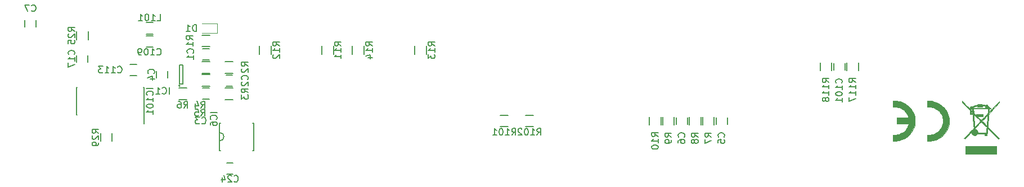
<source format=gbo>
G04 #@! TF.GenerationSoftware,KiCad,Pcbnew,(5.1.0-0)*
G04 #@! TF.CreationDate,2019-11-06T10:26:04+01:00*
G04 #@! TF.ProjectId,AddOnA,4164644f-6e41-42e6-9b69-6361645f7063,rev?*
G04 #@! TF.SameCoordinates,Original*
G04 #@! TF.FileFunction,Legend,Bot*
G04 #@! TF.FilePolarity,Positive*
%FSLAX46Y46*%
G04 Gerber Fmt 4.6, Leading zero omitted, Abs format (unit mm)*
G04 Created by KiCad (PCBNEW (5.1.0-0)) date 2019-11-06 10:26:04*
%MOMM*%
%LPD*%
G04 APERTURE LIST*
%ADD10C,0.010000*%
%ADD11C,0.150000*%
%ADD12C,0.120000*%
G04 APERTURE END LIST*
D10*
G36*
X176176744Y72900663D02*
G01*
X176177567Y72784934D01*
X176777885Y72175000D01*
X177378204Y71565066D01*
X177378641Y71285165D01*
X177379079Y71005263D01*
X177744663Y71005263D01*
X177754083Y70934244D01*
X177757650Y70901873D01*
X177763662Y70840913D01*
X177771799Y70755002D01*
X177781738Y70647774D01*
X177793157Y70522867D01*
X177805736Y70383917D01*
X177819153Y70234559D01*
X177833085Y70078432D01*
X177847212Y69919170D01*
X177861212Y69760410D01*
X177874763Y69605789D01*
X177887544Y69458943D01*
X177899233Y69323507D01*
X177909508Y69203120D01*
X177918048Y69101416D01*
X177924531Y69022033D01*
X177928636Y68968606D01*
X177930041Y68944771D01*
X177930040Y68944658D01*
X177919796Y68925534D01*
X177889026Y68886045D01*
X177837311Y68825734D01*
X177764233Y68744139D01*
X177669373Y68640802D01*
X177552313Y68515262D01*
X177412633Y68367060D01*
X177249916Y68195737D01*
X177204179Y68147763D01*
X176478805Y67387434D01*
X176537449Y67328948D01*
X176596092Y67270461D01*
X176690974Y67373690D01*
X176725685Y67410997D01*
X176779906Y67468689D01*
X176850059Y67542987D01*
X176932568Y67630111D01*
X177023855Y67726282D01*
X177120342Y67827720D01*
X177178065Y67888305D01*
X177286434Y68001803D01*
X177374028Y68092715D01*
X177443080Y68162693D01*
X177495824Y68213390D01*
X177534494Y68246460D01*
X177561323Y68263556D01*
X177578544Y68266331D01*
X177588392Y68256437D01*
X177593099Y68235529D01*
X177594899Y68205259D01*
X177595141Y68196998D01*
X177607658Y68140091D01*
X177638497Y68071307D01*
X177681503Y68001525D01*
X177730520Y67941622D01*
X177750134Y67923118D01*
X177850770Y67858372D01*
X177968327Y67822146D01*
X178072262Y67813553D01*
X178190049Y67829761D01*
X178298831Y67877288D01*
X178395110Y67954489D01*
X178412875Y67973705D01*
X178477832Y68047500D01*
X179601579Y68047500D01*
X179601579Y67813553D01*
X179902368Y67813553D01*
X179902368Y67922848D01*
X179906143Y67997461D01*
X179918825Y68049250D01*
X179934237Y68077420D01*
X179945250Y68097576D01*
X179954679Y68126800D01*
X179963151Y68169425D01*
X179971290Y68229783D01*
X179979721Y68312207D01*
X179989068Y68421028D01*
X179995469Y68501983D01*
X180024831Y68881268D01*
X180745659Y68151062D01*
X180875992Y68018934D01*
X181001108Y67891904D01*
X181118721Y67772305D01*
X181226545Y67662472D01*
X181322295Y67564737D01*
X181403683Y67481434D01*
X181468423Y67414896D01*
X181514230Y67367458D01*
X181538792Y67341480D01*
X181579145Y67300351D01*
X181612805Y67271665D01*
X181630910Y67262105D01*
X181654035Y67273303D01*
X181687743Y67301281D01*
X181699169Y67312674D01*
X181747617Y67363243D01*
X181480881Y67634298D01*
X181412831Y67703348D01*
X181325085Y67792226D01*
X181221492Y67897041D01*
X181105900Y68013903D01*
X180982159Y68138921D01*
X180854119Y68268205D01*
X180725628Y68397864D01*
X180633454Y68490821D01*
X180493342Y68632480D01*
X180375632Y68752409D01*
X180278820Y68852232D01*
X180201399Y68933572D01*
X180141864Y68998052D01*
X180112358Y69031723D01*
X179875409Y69031723D01*
X179845743Y68652408D01*
X179836797Y68541223D01*
X179828142Y68439547D01*
X179820271Y68352696D01*
X179813672Y68285982D01*
X179808836Y68244721D01*
X179807280Y68235494D01*
X179798482Y68197895D01*
X178536681Y68197895D01*
X178528258Y68302827D01*
X178502828Y68426805D01*
X178449611Y68536476D01*
X178371963Y68627844D01*
X178273237Y68696917D01*
X178162428Y68738380D01*
X178126480Y68757829D01*
X178108483Y68799570D01*
X178108106Y68801411D01*
X178105947Y68819033D01*
X178108616Y68837078D01*
X178118720Y68858892D01*
X178138863Y68887823D01*
X178171651Y68927217D01*
X178219690Y68980423D01*
X178285584Y69050786D01*
X178371940Y69141654D01*
X178377520Y69147507D01*
X178470405Y69245044D01*
X178569155Y69348933D01*
X178666984Y69452023D01*
X178757107Y69547161D01*
X178832738Y69627196D01*
X178849605Y69645089D01*
X178914265Y69712556D01*
X178971705Y69770291D01*
X179017801Y69814325D01*
X179048431Y69840686D01*
X179058715Y69846479D01*
X179074052Y69834354D01*
X179109917Y69801090D01*
X179163488Y69749458D01*
X179231940Y69682225D01*
X179312447Y69602163D01*
X179402187Y69512039D01*
X179475532Y69437802D01*
X179875409Y69031723D01*
X180112358Y69031723D01*
X180098709Y69047297D01*
X180070429Y69082929D01*
X180055517Y69106571D01*
X180052199Y69117520D01*
X180053456Y69141414D01*
X180057274Y69195499D01*
X180063407Y69276662D01*
X180071607Y69381790D01*
X180081627Y69507772D01*
X180093220Y69651495D01*
X180106140Y69809846D01*
X180120138Y69979713D01*
X180131419Y70115472D01*
X180195250Y70880894D01*
X180031004Y70880894D01*
X180030297Y70864376D01*
X180026969Y70817855D01*
X180021290Y70744622D01*
X180013526Y70647972D01*
X180003943Y70531195D01*
X179992811Y70397586D01*
X179980395Y70250437D01*
X179968480Y70110729D01*
X179954984Y69952213D01*
X179942413Y69802579D01*
X179931055Y69665398D01*
X179921198Y69544241D01*
X179913130Y69442680D01*
X179907140Y69364288D01*
X179903515Y69312637D01*
X179902509Y69292577D01*
X179900940Y69280092D01*
X179894722Y69275138D01*
X179881459Y69279782D01*
X179858753Y69296091D01*
X179824208Y69326132D01*
X179775427Y69371973D01*
X179710013Y69435680D01*
X179625569Y69519321D01*
X179535971Y69608701D01*
X179169574Y69974814D01*
X179172141Y69977566D01*
X178929951Y69977566D01*
X178918913Y69962450D01*
X178888013Y69926858D01*
X178840347Y69874059D01*
X178779013Y69807327D01*
X178707107Y69729930D01*
X178627727Y69645142D01*
X178543969Y69556233D01*
X178458930Y69466474D01*
X178375708Y69379136D01*
X178297399Y69297491D01*
X178227100Y69224809D01*
X178167909Y69164363D01*
X178122922Y69119422D01*
X178095236Y69093258D01*
X178087686Y69087928D01*
X178085197Y69105133D01*
X178080030Y69152652D01*
X178072470Y69227511D01*
X178062800Y69326736D01*
X178051305Y69447351D01*
X178038269Y69586382D01*
X178023976Y69740855D01*
X178008710Y69907794D01*
X177996521Y70042403D01*
X177980929Y70216946D01*
X177966523Y70381373D01*
X177953547Y70532701D01*
X177942241Y70667947D01*
X177932848Y70784130D01*
X177925611Y70878265D01*
X177920772Y70947370D01*
X177918573Y70988462D01*
X177918824Y70999132D01*
X177931970Y70989628D01*
X177965446Y70959080D01*
X178016326Y70910444D01*
X178081683Y70846677D01*
X178158591Y70770735D01*
X178244124Y70685576D01*
X178335354Y70594155D01*
X178429356Y70499431D01*
X178523202Y70404359D01*
X178613967Y70311897D01*
X178698723Y70225001D01*
X178774544Y70146628D01*
X178838503Y70079735D01*
X178887674Y70027278D01*
X178919131Y69992215D01*
X178929951Y69977566D01*
X179172141Y69977566D01*
X179306202Y70121240D01*
X179375784Y70195552D01*
X179453881Y70278517D01*
X179537406Y70366898D01*
X179623270Y70457459D01*
X179708385Y70546964D01*
X179789664Y70632177D01*
X179864019Y70709861D01*
X179928363Y70776780D01*
X179979606Y70829697D01*
X180014663Y70865377D01*
X180030444Y70880584D01*
X180031004Y70880894D01*
X180195250Y70880894D01*
X180211204Y71072193D01*
X181009286Y71911515D01*
X181807368Y72750836D01*
X181806781Y72868148D01*
X181806194Y72985461D01*
X181677275Y72847747D01*
X181605124Y72770937D01*
X181519940Y72680696D01*
X181424021Y72579425D01*
X181319666Y72469524D01*
X181209174Y72353396D01*
X181094844Y72233442D01*
X180978975Y72112064D01*
X180863865Y71991662D01*
X180751814Y71874638D01*
X180645119Y71763394D01*
X180546080Y71660331D01*
X180456997Y71567850D01*
X180380166Y71488353D01*
X180317888Y71424242D01*
X180272462Y71377917D01*
X180246185Y71351781D01*
X180240426Y71346767D01*
X180240030Y71364209D01*
X180242208Y71408865D01*
X180246583Y71474660D01*
X180252775Y71555517D01*
X180255433Y71587817D01*
X180275228Y71824079D01*
X180120242Y71824079D01*
X180112240Y71786480D01*
X180108160Y71756745D01*
X180102425Y71700797D01*
X180095701Y71625764D01*
X180088648Y71538775D01*
X180086207Y71506579D01*
X180079008Y71414139D01*
X180071742Y71328293D01*
X180065136Y71257153D01*
X180059916Y71208831D01*
X180058739Y71200061D01*
X180054298Y71182058D01*
X180044687Y71160983D01*
X180027860Y71134475D01*
X180001775Y71100172D01*
X179964387Y71055711D01*
X179913654Y70998729D01*
X179847530Y70926864D01*
X179763974Y70837754D01*
X179660940Y70729036D01*
X179555833Y70618725D01*
X179451262Y70509559D01*
X179353649Y70408460D01*
X179265422Y70317885D01*
X179189012Y70240292D01*
X179126849Y70178138D01*
X179081363Y70133882D01*
X179054983Y70109982D01*
X179049357Y70106426D01*
X179034557Y70119319D01*
X178999961Y70152940D01*
X178948929Y70203918D01*
X178884817Y70268880D01*
X178810984Y70344452D01*
X178757589Y70399507D01*
X178478827Y70687763D01*
X179300790Y70687763D01*
X179300790Y71005263D01*
X178298158Y71005263D01*
X178298158Y70863794D01*
X178114342Y71047040D01*
X177983948Y71177029D01*
X177730000Y71177029D01*
X177727571Y71156523D01*
X177715276Y71145098D01*
X177685604Y71140120D01*
X177631045Y71138956D01*
X177621382Y71138948D01*
X177512763Y71138948D01*
X177512763Y71430416D01*
X177621382Y71322763D01*
X177682654Y71257313D01*
X177719301Y71207171D01*
X177730000Y71177029D01*
X177983948Y71177029D01*
X177930526Y71230285D01*
X177930526Y71393498D01*
X177930015Y71468586D01*
X177927672Y71516355D01*
X177922289Y71542902D01*
X177912656Y71554321D01*
X177898129Y71556711D01*
X177881973Y71560220D01*
X177870031Y71574289D01*
X177860861Y71604231D01*
X177853018Y71655358D01*
X177845058Y71732983D01*
X177842504Y71761415D01*
X177836974Y71824079D01*
X180120242Y71824079D01*
X180275228Y71824079D01*
X180487237Y71824079D01*
X180487237Y71974474D01*
X180397141Y71974474D01*
X180344445Y71975917D01*
X180315812Y71982884D01*
X180312309Y71987030D01*
X180127766Y71987030D01*
X180118054Y71977558D01*
X180084412Y71974634D01*
X180061706Y71974474D01*
X179985921Y71974474D01*
X179703306Y71974474D01*
X177823481Y71974474D01*
X177887062Y72039587D01*
X177985814Y72119938D01*
X178108032Y72181911D01*
X178255787Y72226354D01*
X178402599Y72250935D01*
X178498684Y72262404D01*
X178498684Y72141579D01*
X179267368Y72141579D01*
X179267368Y72278655D01*
X179380165Y72267224D01*
X179458975Y72257575D01*
X179542943Y72244786D01*
X179593224Y72235652D01*
X179693487Y72215512D01*
X179698397Y72094993D01*
X179703306Y71974474D01*
X179985921Y71974474D01*
X179985921Y72041316D01*
X179988131Y72083190D01*
X179993650Y72106464D01*
X179995874Y72108158D01*
X180020613Y72097440D01*
X180056757Y72071437D01*
X180092990Y72039377D01*
X180117999Y72010489D01*
X180120227Y72006733D01*
X180127766Y71987030D01*
X180312309Y71987030D01*
X180301919Y71999326D01*
X180296311Y72017238D01*
X180273422Y72063721D01*
X180229460Y72119600D01*
X180171989Y72177040D01*
X180108573Y72228207D01*
X180066918Y72254857D01*
X180019466Y72284028D01*
X179995141Y72308533D01*
X179986595Y72337428D01*
X179985938Y72354638D01*
X179985937Y72358816D01*
X179133684Y72358816D01*
X179133684Y72275263D01*
X178632368Y72275263D01*
X178632368Y72358816D01*
X179133684Y72358816D01*
X179985937Y72358816D01*
X179985921Y72408948D01*
X179845274Y72408948D01*
X179780564Y72407383D01*
X179730130Y72403215D01*
X179702094Y72397227D01*
X179699057Y72394803D01*
X179681273Y72391082D01*
X179637992Y72392606D01*
X179576651Y72398925D01*
X179534737Y72404760D01*
X179458737Y72416222D01*
X179389230Y72426570D01*
X179336997Y72434204D01*
X179321678Y72436373D01*
X179281653Y72448768D01*
X179267368Y72468192D01*
X179263025Y72476102D01*
X179247490Y72482137D01*
X179217001Y72486534D01*
X179167800Y72489531D01*
X179096126Y72491365D01*
X178998219Y72492275D01*
X178883026Y72492500D01*
X178760086Y72492372D01*
X178666559Y72491770D01*
X178598440Y72490361D01*
X178551719Y72487819D01*
X178522391Y72483811D01*
X178506449Y72478009D01*
X178499885Y72470083D01*
X178498684Y72460867D01*
X178488460Y72431615D01*
X178454970Y72414969D01*
X178393988Y72409032D01*
X178383017Y72408948D01*
X178279746Y72398294D01*
X178162453Y72368967D01*
X178041715Y72324916D01*
X177928111Y72270089D01*
X177832219Y72208436D01*
X177819799Y72198668D01*
X177779318Y72166885D01*
X177755345Y72154156D01*
X177738604Y72158271D01*
X177721419Y72175250D01*
X177670664Y72208508D01*
X177604607Y72221275D01*
X177533474Y72214635D01*
X177467486Y72189673D01*
X177416868Y72147471D01*
X177413203Y72142566D01*
X177375328Y72063789D01*
X177368281Y71982246D01*
X177391285Y71904513D01*
X177443563Y71837165D01*
X177449956Y71831604D01*
X177487073Y71805187D01*
X177524733Y71793553D01*
X177577676Y71792713D01*
X177590902Y71793458D01*
X177642703Y71795359D01*
X177669386Y71791004D01*
X177679045Y71777862D01*
X177680037Y71765592D01*
X177682061Y71729998D01*
X177687086Y71676467D01*
X177690697Y71644441D01*
X177695934Y71593573D01*
X177693756Y71567532D01*
X177681125Y71558014D01*
X177658625Y71556711D01*
X177645282Y71561014D01*
X177623756Y71574943D01*
X177592452Y71600023D01*
X177549776Y71637781D01*
X177494132Y71689744D01*
X177423925Y71757438D01*
X177337560Y71842389D01*
X177233442Y71946125D01*
X177109975Y72070172D01*
X176965564Y72216056D01*
X176895969Y72286551D01*
X176175921Y73016390D01*
X176176744Y72900663D01*
X176176744Y72900663D01*
G37*
X176176744Y72900663D02*
X176177567Y72784934D01*
X176777885Y72175000D01*
X177378204Y71565066D01*
X177378641Y71285165D01*
X177379079Y71005263D01*
X177744663Y71005263D01*
X177754083Y70934244D01*
X177757650Y70901873D01*
X177763662Y70840913D01*
X177771799Y70755002D01*
X177781738Y70647774D01*
X177793157Y70522867D01*
X177805736Y70383917D01*
X177819153Y70234559D01*
X177833085Y70078432D01*
X177847212Y69919170D01*
X177861212Y69760410D01*
X177874763Y69605789D01*
X177887544Y69458943D01*
X177899233Y69323507D01*
X177909508Y69203120D01*
X177918048Y69101416D01*
X177924531Y69022033D01*
X177928636Y68968606D01*
X177930041Y68944771D01*
X177930040Y68944658D01*
X177919796Y68925534D01*
X177889026Y68886045D01*
X177837311Y68825734D01*
X177764233Y68744139D01*
X177669373Y68640802D01*
X177552313Y68515262D01*
X177412633Y68367060D01*
X177249916Y68195737D01*
X177204179Y68147763D01*
X176478805Y67387434D01*
X176537449Y67328948D01*
X176596092Y67270461D01*
X176690974Y67373690D01*
X176725685Y67410997D01*
X176779906Y67468689D01*
X176850059Y67542987D01*
X176932568Y67630111D01*
X177023855Y67726282D01*
X177120342Y67827720D01*
X177178065Y67888305D01*
X177286434Y68001803D01*
X177374028Y68092715D01*
X177443080Y68162693D01*
X177495824Y68213390D01*
X177534494Y68246460D01*
X177561323Y68263556D01*
X177578544Y68266331D01*
X177588392Y68256437D01*
X177593099Y68235529D01*
X177594899Y68205259D01*
X177595141Y68196998D01*
X177607658Y68140091D01*
X177638497Y68071307D01*
X177681503Y68001525D01*
X177730520Y67941622D01*
X177750134Y67923118D01*
X177850770Y67858372D01*
X177968327Y67822146D01*
X178072262Y67813553D01*
X178190049Y67829761D01*
X178298831Y67877288D01*
X178395110Y67954489D01*
X178412875Y67973705D01*
X178477832Y68047500D01*
X179601579Y68047500D01*
X179601579Y67813553D01*
X179902368Y67813553D01*
X179902368Y67922848D01*
X179906143Y67997461D01*
X179918825Y68049250D01*
X179934237Y68077420D01*
X179945250Y68097576D01*
X179954679Y68126800D01*
X179963151Y68169425D01*
X179971290Y68229783D01*
X179979721Y68312207D01*
X179989068Y68421028D01*
X179995469Y68501983D01*
X180024831Y68881268D01*
X180745659Y68151062D01*
X180875992Y68018934D01*
X181001108Y67891904D01*
X181118721Y67772305D01*
X181226545Y67662472D01*
X181322295Y67564737D01*
X181403683Y67481434D01*
X181468423Y67414896D01*
X181514230Y67367458D01*
X181538792Y67341480D01*
X181579145Y67300351D01*
X181612805Y67271665D01*
X181630910Y67262105D01*
X181654035Y67273303D01*
X181687743Y67301281D01*
X181699169Y67312674D01*
X181747617Y67363243D01*
X181480881Y67634298D01*
X181412831Y67703348D01*
X181325085Y67792226D01*
X181221492Y67897041D01*
X181105900Y68013903D01*
X180982159Y68138921D01*
X180854119Y68268205D01*
X180725628Y68397864D01*
X180633454Y68490821D01*
X180493342Y68632480D01*
X180375632Y68752409D01*
X180278820Y68852232D01*
X180201399Y68933572D01*
X180141864Y68998052D01*
X180112358Y69031723D01*
X179875409Y69031723D01*
X179845743Y68652408D01*
X179836797Y68541223D01*
X179828142Y68439547D01*
X179820271Y68352696D01*
X179813672Y68285982D01*
X179808836Y68244721D01*
X179807280Y68235494D01*
X179798482Y68197895D01*
X178536681Y68197895D01*
X178528258Y68302827D01*
X178502828Y68426805D01*
X178449611Y68536476D01*
X178371963Y68627844D01*
X178273237Y68696917D01*
X178162428Y68738380D01*
X178126480Y68757829D01*
X178108483Y68799570D01*
X178108106Y68801411D01*
X178105947Y68819033D01*
X178108616Y68837078D01*
X178118720Y68858892D01*
X178138863Y68887823D01*
X178171651Y68927217D01*
X178219690Y68980423D01*
X178285584Y69050786D01*
X178371940Y69141654D01*
X178377520Y69147507D01*
X178470405Y69245044D01*
X178569155Y69348933D01*
X178666984Y69452023D01*
X178757107Y69547161D01*
X178832738Y69627196D01*
X178849605Y69645089D01*
X178914265Y69712556D01*
X178971705Y69770291D01*
X179017801Y69814325D01*
X179048431Y69840686D01*
X179058715Y69846479D01*
X179074052Y69834354D01*
X179109917Y69801090D01*
X179163488Y69749458D01*
X179231940Y69682225D01*
X179312447Y69602163D01*
X179402187Y69512039D01*
X179475532Y69437802D01*
X179875409Y69031723D01*
X180112358Y69031723D01*
X180098709Y69047297D01*
X180070429Y69082929D01*
X180055517Y69106571D01*
X180052199Y69117520D01*
X180053456Y69141414D01*
X180057274Y69195499D01*
X180063407Y69276662D01*
X180071607Y69381790D01*
X180081627Y69507772D01*
X180093220Y69651495D01*
X180106140Y69809846D01*
X180120138Y69979713D01*
X180131419Y70115472D01*
X180195250Y70880894D01*
X180031004Y70880894D01*
X180030297Y70864376D01*
X180026969Y70817855D01*
X180021290Y70744622D01*
X180013526Y70647972D01*
X180003943Y70531195D01*
X179992811Y70397586D01*
X179980395Y70250437D01*
X179968480Y70110729D01*
X179954984Y69952213D01*
X179942413Y69802579D01*
X179931055Y69665398D01*
X179921198Y69544241D01*
X179913130Y69442680D01*
X179907140Y69364288D01*
X179903515Y69312637D01*
X179902509Y69292577D01*
X179900940Y69280092D01*
X179894722Y69275138D01*
X179881459Y69279782D01*
X179858753Y69296091D01*
X179824208Y69326132D01*
X179775427Y69371973D01*
X179710013Y69435680D01*
X179625569Y69519321D01*
X179535971Y69608701D01*
X179169574Y69974814D01*
X179172141Y69977566D01*
X178929951Y69977566D01*
X178918913Y69962450D01*
X178888013Y69926858D01*
X178840347Y69874059D01*
X178779013Y69807327D01*
X178707107Y69729930D01*
X178627727Y69645142D01*
X178543969Y69556233D01*
X178458930Y69466474D01*
X178375708Y69379136D01*
X178297399Y69297491D01*
X178227100Y69224809D01*
X178167909Y69164363D01*
X178122922Y69119422D01*
X178095236Y69093258D01*
X178087686Y69087928D01*
X178085197Y69105133D01*
X178080030Y69152652D01*
X178072470Y69227511D01*
X178062800Y69326736D01*
X178051305Y69447351D01*
X178038269Y69586382D01*
X178023976Y69740855D01*
X178008710Y69907794D01*
X177996521Y70042403D01*
X177980929Y70216946D01*
X177966523Y70381373D01*
X177953547Y70532701D01*
X177942241Y70667947D01*
X177932848Y70784130D01*
X177925611Y70878265D01*
X177920772Y70947370D01*
X177918573Y70988462D01*
X177918824Y70999132D01*
X177931970Y70989628D01*
X177965446Y70959080D01*
X178016326Y70910444D01*
X178081683Y70846677D01*
X178158591Y70770735D01*
X178244124Y70685576D01*
X178335354Y70594155D01*
X178429356Y70499431D01*
X178523202Y70404359D01*
X178613967Y70311897D01*
X178698723Y70225001D01*
X178774544Y70146628D01*
X178838503Y70079735D01*
X178887674Y70027278D01*
X178919131Y69992215D01*
X178929951Y69977566D01*
X179172141Y69977566D01*
X179306202Y70121240D01*
X179375784Y70195552D01*
X179453881Y70278517D01*
X179537406Y70366898D01*
X179623270Y70457459D01*
X179708385Y70546964D01*
X179789664Y70632177D01*
X179864019Y70709861D01*
X179928363Y70776780D01*
X179979606Y70829697D01*
X180014663Y70865377D01*
X180030444Y70880584D01*
X180031004Y70880894D01*
X180195250Y70880894D01*
X180211204Y71072193D01*
X181009286Y71911515D01*
X181807368Y72750836D01*
X181806781Y72868148D01*
X181806194Y72985461D01*
X181677275Y72847747D01*
X181605124Y72770937D01*
X181519940Y72680696D01*
X181424021Y72579425D01*
X181319666Y72469524D01*
X181209174Y72353396D01*
X181094844Y72233442D01*
X180978975Y72112064D01*
X180863865Y71991662D01*
X180751814Y71874638D01*
X180645119Y71763394D01*
X180546080Y71660331D01*
X180456997Y71567850D01*
X180380166Y71488353D01*
X180317888Y71424242D01*
X180272462Y71377917D01*
X180246185Y71351781D01*
X180240426Y71346767D01*
X180240030Y71364209D01*
X180242208Y71408865D01*
X180246583Y71474660D01*
X180252775Y71555517D01*
X180255433Y71587817D01*
X180275228Y71824079D01*
X180120242Y71824079D01*
X180112240Y71786480D01*
X180108160Y71756745D01*
X180102425Y71700797D01*
X180095701Y71625764D01*
X180088648Y71538775D01*
X180086207Y71506579D01*
X180079008Y71414139D01*
X180071742Y71328293D01*
X180065136Y71257153D01*
X180059916Y71208831D01*
X180058739Y71200061D01*
X180054298Y71182058D01*
X180044687Y71160983D01*
X180027860Y71134475D01*
X180001775Y71100172D01*
X179964387Y71055711D01*
X179913654Y70998729D01*
X179847530Y70926864D01*
X179763974Y70837754D01*
X179660940Y70729036D01*
X179555833Y70618725D01*
X179451262Y70509559D01*
X179353649Y70408460D01*
X179265422Y70317885D01*
X179189012Y70240292D01*
X179126849Y70178138D01*
X179081363Y70133882D01*
X179054983Y70109982D01*
X179049357Y70106426D01*
X179034557Y70119319D01*
X178999961Y70152940D01*
X178948929Y70203918D01*
X178884817Y70268880D01*
X178810984Y70344452D01*
X178757589Y70399507D01*
X178478827Y70687763D01*
X179300790Y70687763D01*
X179300790Y71005263D01*
X178298158Y71005263D01*
X178298158Y70863794D01*
X178114342Y71047040D01*
X177983948Y71177029D01*
X177730000Y71177029D01*
X177727571Y71156523D01*
X177715276Y71145098D01*
X177685604Y71140120D01*
X177631045Y71138956D01*
X177621382Y71138948D01*
X177512763Y71138948D01*
X177512763Y71430416D01*
X177621382Y71322763D01*
X177682654Y71257313D01*
X177719301Y71207171D01*
X177730000Y71177029D01*
X177983948Y71177029D01*
X177930526Y71230285D01*
X177930526Y71393498D01*
X177930015Y71468586D01*
X177927672Y71516355D01*
X177922289Y71542902D01*
X177912656Y71554321D01*
X177898129Y71556711D01*
X177881973Y71560220D01*
X177870031Y71574289D01*
X177860861Y71604231D01*
X177853018Y71655358D01*
X177845058Y71732983D01*
X177842504Y71761415D01*
X177836974Y71824079D01*
X180120242Y71824079D01*
X180275228Y71824079D01*
X180487237Y71824079D01*
X180487237Y71974474D01*
X180397141Y71974474D01*
X180344445Y71975917D01*
X180315812Y71982884D01*
X180312309Y71987030D01*
X180127766Y71987030D01*
X180118054Y71977558D01*
X180084412Y71974634D01*
X180061706Y71974474D01*
X179985921Y71974474D01*
X179703306Y71974474D01*
X177823481Y71974474D01*
X177887062Y72039587D01*
X177985814Y72119938D01*
X178108032Y72181911D01*
X178255787Y72226354D01*
X178402599Y72250935D01*
X178498684Y72262404D01*
X178498684Y72141579D01*
X179267368Y72141579D01*
X179267368Y72278655D01*
X179380165Y72267224D01*
X179458975Y72257575D01*
X179542943Y72244786D01*
X179593224Y72235652D01*
X179693487Y72215512D01*
X179698397Y72094993D01*
X179703306Y71974474D01*
X179985921Y71974474D01*
X179985921Y72041316D01*
X179988131Y72083190D01*
X179993650Y72106464D01*
X179995874Y72108158D01*
X180020613Y72097440D01*
X180056757Y72071437D01*
X180092990Y72039377D01*
X180117999Y72010489D01*
X180120227Y72006733D01*
X180127766Y71987030D01*
X180312309Y71987030D01*
X180301919Y71999326D01*
X180296311Y72017238D01*
X180273422Y72063721D01*
X180229460Y72119600D01*
X180171989Y72177040D01*
X180108573Y72228207D01*
X180066918Y72254857D01*
X180019466Y72284028D01*
X179995141Y72308533D01*
X179986595Y72337428D01*
X179985938Y72354638D01*
X179985937Y72358816D01*
X179133684Y72358816D01*
X179133684Y72275263D01*
X178632368Y72275263D01*
X178632368Y72358816D01*
X179133684Y72358816D01*
X179985937Y72358816D01*
X179985921Y72408948D01*
X179845274Y72408948D01*
X179780564Y72407383D01*
X179730130Y72403215D01*
X179702094Y72397227D01*
X179699057Y72394803D01*
X179681273Y72391082D01*
X179637992Y72392606D01*
X179576651Y72398925D01*
X179534737Y72404760D01*
X179458737Y72416222D01*
X179389230Y72426570D01*
X179336997Y72434204D01*
X179321678Y72436373D01*
X179281653Y72448768D01*
X179267368Y72468192D01*
X179263025Y72476102D01*
X179247490Y72482137D01*
X179217001Y72486534D01*
X179167800Y72489531D01*
X179096126Y72491365D01*
X178998219Y72492275D01*
X178883026Y72492500D01*
X178760086Y72492372D01*
X178666559Y72491770D01*
X178598440Y72490361D01*
X178551719Y72487819D01*
X178522391Y72483811D01*
X178506449Y72478009D01*
X178499885Y72470083D01*
X178498684Y72460867D01*
X178488460Y72431615D01*
X178454970Y72414969D01*
X178393988Y72409032D01*
X178383017Y72408948D01*
X178279746Y72398294D01*
X178162453Y72368967D01*
X178041715Y72324916D01*
X177928111Y72270089D01*
X177832219Y72208436D01*
X177819799Y72198668D01*
X177779318Y72166885D01*
X177755345Y72154156D01*
X177738604Y72158271D01*
X177721419Y72175250D01*
X177670664Y72208508D01*
X177604607Y72221275D01*
X177533474Y72214635D01*
X177467486Y72189673D01*
X177416868Y72147471D01*
X177413203Y72142566D01*
X177375328Y72063789D01*
X177368281Y71982246D01*
X177391285Y71904513D01*
X177443563Y71837165D01*
X177449956Y71831604D01*
X177487073Y71805187D01*
X177524733Y71793553D01*
X177577676Y71792713D01*
X177590902Y71793458D01*
X177642703Y71795359D01*
X177669386Y71791004D01*
X177679045Y71777862D01*
X177680037Y71765592D01*
X177682061Y71729998D01*
X177687086Y71676467D01*
X177690697Y71644441D01*
X177695934Y71593573D01*
X177693756Y71567532D01*
X177681125Y71558014D01*
X177658625Y71556711D01*
X177645282Y71561014D01*
X177623756Y71574943D01*
X177592452Y71600023D01*
X177549776Y71637781D01*
X177494132Y71689744D01*
X177423925Y71757438D01*
X177337560Y71842389D01*
X177233442Y71946125D01*
X177109975Y72070172D01*
X176965564Y72216056D01*
X176895969Y72286551D01*
X176175921Y73016390D01*
X176176744Y72900663D01*
G36*
X176677237Y64989474D02*
G01*
X181356184Y64989474D01*
X181356184Y66142500D01*
X176677237Y66142500D01*
X176677237Y64989474D01*
X176677237Y64989474D01*
G37*
X176677237Y64989474D02*
X181356184Y64989474D01*
X181356184Y66142500D01*
X176677237Y66142500D01*
X176677237Y64989474D01*
G36*
X165766665Y72083594D02*
G01*
X166061015Y72083305D01*
X166162990Y72082880D01*
X166243645Y72081592D01*
X166308112Y72079086D01*
X166361524Y72075004D01*
X166409012Y72068992D01*
X166455711Y72060692D01*
X166489611Y72053564D01*
X166719451Y71990246D01*
X166938768Y71903988D01*
X167145799Y71795991D01*
X167338780Y71667456D01*
X167515951Y71519582D01*
X167675547Y71353570D01*
X167815807Y71170621D01*
X167840446Y71133551D01*
X167892244Y71046598D01*
X167945145Y70945180D01*
X167996164Y70836134D01*
X168042318Y70726298D01*
X168080625Y70622512D01*
X168108102Y70531612D01*
X168114196Y70506016D01*
X168123561Y70463021D01*
X166361979Y70463021D01*
X166361979Y69523750D01*
X168123561Y69523750D01*
X168114196Y69480756D01*
X168089136Y69389389D01*
X168051648Y69283531D01*
X168004815Y69170122D01*
X167951718Y69056108D01*
X167895440Y68948431D01*
X167839064Y68854033D01*
X167829608Y68839681D01*
X167685866Y68648209D01*
X167524667Y68476370D01*
X167347010Y68324837D01*
X167153891Y68194281D01*
X166946309Y68085376D01*
X166725262Y67998794D01*
X166491745Y67935206D01*
X166486044Y67933979D01*
X166433462Y67923378D01*
X166385042Y67915487D01*
X166335391Y67909922D01*
X166279119Y67906298D01*
X166210832Y67904231D01*
X166125141Y67903336D01*
X166054401Y67903201D01*
X165766667Y67903224D01*
X165766667Y66970521D01*
X166054401Y66972238D01*
X166146376Y66973291D01*
X166236109Y66975234D01*
X166317842Y66977874D01*
X166385821Y66981019D01*
X166434289Y66984474D01*
X166441354Y66985211D01*
X166666763Y67021406D01*
X166898614Y67078624D01*
X167130575Y67154716D01*
X167356315Y67247535D01*
X167569501Y67354932D01*
X167625303Y67386865D01*
X167788844Y67492333D01*
X167954786Y67616455D01*
X168116573Y67753569D01*
X168267650Y67898018D01*
X168401460Y68044141D01*
X168438007Y68088393D01*
X168599327Y68309988D01*
X168740652Y68547622D01*
X168860975Y68798911D01*
X168959289Y69061468D01*
X169034588Y69332908D01*
X169085865Y69610845D01*
X169088410Y69629584D01*
X169095359Y69701249D01*
X169100292Y69791954D01*
X169103208Y69895077D01*
X169104105Y70003991D01*
X169102981Y70112075D01*
X169099834Y70212702D01*
X169094662Y70299248D01*
X169088617Y70357188D01*
X169036661Y70642106D01*
X168961431Y70917646D01*
X168863609Y71182191D01*
X168743879Y71434123D01*
X168602924Y71671823D01*
X168441427Y71893675D01*
X168438007Y71897921D01*
X168257720Y72100879D01*
X168058578Y72287344D01*
X167843027Y72455786D01*
X167613515Y72604675D01*
X167372491Y72732483D01*
X167122400Y72837678D01*
X166865691Y72918733D01*
X166765381Y72943231D01*
X166641470Y72969062D01*
X166526300Y72988408D01*
X166412480Y73002019D01*
X166292615Y73010644D01*
X166159313Y73015032D01*
X166047787Y73015992D01*
X165766667Y73016250D01*
X165766665Y72083594D01*
X165766665Y72083594D01*
G37*
X165766665Y72083594D02*
X166061015Y72083305D01*
X166162990Y72082880D01*
X166243645Y72081592D01*
X166308112Y72079086D01*
X166361524Y72075004D01*
X166409012Y72068992D01*
X166455711Y72060692D01*
X166489611Y72053564D01*
X166719451Y71990246D01*
X166938768Y71903988D01*
X167145799Y71795991D01*
X167338780Y71667456D01*
X167515951Y71519582D01*
X167675547Y71353570D01*
X167815807Y71170621D01*
X167840446Y71133551D01*
X167892244Y71046598D01*
X167945145Y70945180D01*
X167996164Y70836134D01*
X168042318Y70726298D01*
X168080625Y70622512D01*
X168108102Y70531612D01*
X168114196Y70506016D01*
X168123561Y70463021D01*
X166361979Y70463021D01*
X166361979Y69523750D01*
X168123561Y69523750D01*
X168114196Y69480756D01*
X168089136Y69389389D01*
X168051648Y69283531D01*
X168004815Y69170122D01*
X167951718Y69056108D01*
X167895440Y68948431D01*
X167839064Y68854033D01*
X167829608Y68839681D01*
X167685866Y68648209D01*
X167524667Y68476370D01*
X167347010Y68324837D01*
X167153891Y68194281D01*
X166946309Y68085376D01*
X166725262Y67998794D01*
X166491745Y67935206D01*
X166486044Y67933979D01*
X166433462Y67923378D01*
X166385042Y67915487D01*
X166335391Y67909922D01*
X166279119Y67906298D01*
X166210832Y67904231D01*
X166125141Y67903336D01*
X166054401Y67903201D01*
X165766667Y67903224D01*
X165766667Y66970521D01*
X166054401Y66972238D01*
X166146376Y66973291D01*
X166236109Y66975234D01*
X166317842Y66977874D01*
X166385821Y66981019D01*
X166434289Y66984474D01*
X166441354Y66985211D01*
X166666763Y67021406D01*
X166898614Y67078624D01*
X167130575Y67154716D01*
X167356315Y67247535D01*
X167569501Y67354932D01*
X167625303Y67386865D01*
X167788844Y67492333D01*
X167954786Y67616455D01*
X168116573Y67753569D01*
X168267650Y67898018D01*
X168401460Y68044141D01*
X168438007Y68088393D01*
X168599327Y68309988D01*
X168740652Y68547622D01*
X168860975Y68798911D01*
X168959289Y69061468D01*
X169034588Y69332908D01*
X169085865Y69610845D01*
X169088410Y69629584D01*
X169095359Y69701249D01*
X169100292Y69791954D01*
X169103208Y69895077D01*
X169104105Y70003991D01*
X169102981Y70112075D01*
X169099834Y70212702D01*
X169094662Y70299248D01*
X169088617Y70357188D01*
X169036661Y70642106D01*
X168961431Y70917646D01*
X168863609Y71182191D01*
X168743879Y71434123D01*
X168602924Y71671823D01*
X168441427Y71893675D01*
X168438007Y71897921D01*
X168257720Y72100879D01*
X168058578Y72287344D01*
X167843027Y72455786D01*
X167613515Y72604675D01*
X167372491Y72732483D01*
X167122400Y72837678D01*
X166865691Y72918733D01*
X166765381Y72943231D01*
X166641470Y72969062D01*
X166526300Y72988408D01*
X166412480Y73002019D01*
X166292615Y73010644D01*
X166159313Y73015032D01*
X166047787Y73015992D01*
X165766667Y73016250D01*
X165766665Y72083594D01*
G36*
X171060813Y73015685D02*
G01*
X170996330Y73014025D01*
X170949697Y73011055D01*
X170929349Y73007912D01*
X170899583Y72999935D01*
X170899583Y72079470D01*
X171109119Y72086741D01*
X171318953Y72086477D01*
X171513141Y72069618D01*
X171697580Y72034925D01*
X171878168Y71981161D01*
X172060803Y71907089D01*
X172136511Y71871121D01*
X172317062Y71772023D01*
X172479702Y71660674D01*
X172632099Y71531592D01*
X172691378Y71474295D01*
X172848015Y71299139D01*
X172983527Y71108480D01*
X173097234Y70903606D01*
X173188456Y70685807D01*
X173256515Y70456371D01*
X173276674Y70363803D01*
X173288823Y70279756D01*
X173296934Y70176766D01*
X173301015Y70062035D01*
X173301074Y69942766D01*
X173297116Y69826163D01*
X173289149Y69719429D01*
X173277181Y69629767D01*
X173275943Y69622969D01*
X173220089Y69394241D01*
X173140701Y69176035D01*
X173039069Y68969823D01*
X172916478Y68777072D01*
X172774219Y68599252D01*
X172613579Y68437832D01*
X172435845Y68294281D01*
X172242307Y68170069D01*
X172034252Y68066664D01*
X171850763Y67997465D01*
X171747623Y67965882D01*
X171652893Y67941871D01*
X171560130Y67924537D01*
X171462894Y67912984D01*
X171354742Y67906320D01*
X171229233Y67903648D01*
X171174089Y67903496D01*
X170899583Y67903814D01*
X170899583Y66986836D01*
X170929349Y66978859D01*
X170954749Y66975862D01*
X171001744Y66973797D01*
X171065490Y66972618D01*
X171141142Y66972277D01*
X171223854Y66972726D01*
X171308783Y66973917D01*
X171391083Y66975803D01*
X171465909Y66978337D01*
X171528417Y66981469D01*
X171573762Y66985153D01*
X171574271Y66985211D01*
X171687271Y67001659D01*
X171814872Y67026294D01*
X171947338Y67056917D01*
X172074934Y67091333D01*
X172156016Y67116464D01*
X172420553Y67217502D01*
X172671277Y67340487D01*
X172907195Y67484223D01*
X173127320Y67647513D01*
X173330660Y67829162D01*
X173516227Y68027974D01*
X173683030Y68242753D01*
X173830079Y68472302D01*
X173956385Y68715427D01*
X174060958Y68970930D01*
X174142808Y69237617D01*
X174200945Y69514291D01*
X174214162Y69603125D01*
X174222618Y69687893D01*
X174228437Y69791882D01*
X174231618Y69907991D01*
X174232161Y70029113D01*
X174230066Y70148146D01*
X174225334Y70257986D01*
X174217963Y70351528D01*
X174214162Y70383646D01*
X174163241Y70666294D01*
X174087795Y70939386D01*
X173988081Y71202286D01*
X173864354Y71454363D01*
X173716872Y71694983D01*
X173638048Y71805782D01*
X173459770Y72023277D01*
X173263767Y72221656D01*
X173051402Y72400118D01*
X172824041Y72557867D01*
X172583047Y72694103D01*
X172329787Y72808029D01*
X172065623Y72898847D01*
X171791921Y72965759D01*
X171601120Y72997187D01*
X171548646Y73002510D01*
X171479782Y73007070D01*
X171399419Y73010788D01*
X171312450Y73013587D01*
X171223764Y73015388D01*
X171138255Y73016113D01*
X171060813Y73015685D01*
X171060813Y73015685D01*
G37*
X171060813Y73015685D02*
X170996330Y73014025D01*
X170949697Y73011055D01*
X170929349Y73007912D01*
X170899583Y72999935D01*
X170899583Y72079470D01*
X171109119Y72086741D01*
X171318953Y72086477D01*
X171513141Y72069618D01*
X171697580Y72034925D01*
X171878168Y71981161D01*
X172060803Y71907089D01*
X172136511Y71871121D01*
X172317062Y71772023D01*
X172479702Y71660674D01*
X172632099Y71531592D01*
X172691378Y71474295D01*
X172848015Y71299139D01*
X172983527Y71108480D01*
X173097234Y70903606D01*
X173188456Y70685807D01*
X173256515Y70456371D01*
X173276674Y70363803D01*
X173288823Y70279756D01*
X173296934Y70176766D01*
X173301015Y70062035D01*
X173301074Y69942766D01*
X173297116Y69826163D01*
X173289149Y69719429D01*
X173277181Y69629767D01*
X173275943Y69622969D01*
X173220089Y69394241D01*
X173140701Y69176035D01*
X173039069Y68969823D01*
X172916478Y68777072D01*
X172774219Y68599252D01*
X172613579Y68437832D01*
X172435845Y68294281D01*
X172242307Y68170069D01*
X172034252Y68066664D01*
X171850763Y67997465D01*
X171747623Y67965882D01*
X171652893Y67941871D01*
X171560130Y67924537D01*
X171462894Y67912984D01*
X171354742Y67906320D01*
X171229233Y67903648D01*
X171174089Y67903496D01*
X170899583Y67903814D01*
X170899583Y66986836D01*
X170929349Y66978859D01*
X170954749Y66975862D01*
X171001744Y66973797D01*
X171065490Y66972618D01*
X171141142Y66972277D01*
X171223854Y66972726D01*
X171308783Y66973917D01*
X171391083Y66975803D01*
X171465909Y66978337D01*
X171528417Y66981469D01*
X171573762Y66985153D01*
X171574271Y66985211D01*
X171687271Y67001659D01*
X171814872Y67026294D01*
X171947338Y67056917D01*
X172074934Y67091333D01*
X172156016Y67116464D01*
X172420553Y67217502D01*
X172671277Y67340487D01*
X172907195Y67484223D01*
X173127320Y67647513D01*
X173330660Y67829162D01*
X173516227Y68027974D01*
X173683030Y68242753D01*
X173830079Y68472302D01*
X173956385Y68715427D01*
X174060958Y68970930D01*
X174142808Y69237617D01*
X174200945Y69514291D01*
X174214162Y69603125D01*
X174222618Y69687893D01*
X174228437Y69791882D01*
X174231618Y69907991D01*
X174232161Y70029113D01*
X174230066Y70148146D01*
X174225334Y70257986D01*
X174217963Y70351528D01*
X174214162Y70383646D01*
X174163241Y70666294D01*
X174087795Y70939386D01*
X173988081Y71202286D01*
X173864354Y71454363D01*
X173716872Y71694983D01*
X173638048Y71805782D01*
X173459770Y72023277D01*
X173263767Y72221656D01*
X173051402Y72400118D01*
X172824041Y72557867D01*
X172583047Y72694103D01*
X172329787Y72808029D01*
X172065623Y72898847D01*
X171791921Y72965759D01*
X171601120Y72997187D01*
X171548646Y73002510D01*
X171479782Y73007070D01*
X171399419Y73010788D01*
X171312450Y73013587D01*
X171223764Y73015388D01*
X171138255Y73016113D01*
X171060813Y73015685D01*
D11*
X86175000Y80100000D02*
X86175000Y81300000D01*
X84425000Y81300000D02*
X84425000Y80100000D01*
X95575000Y80100000D02*
X95575000Y81300000D01*
X93825000Y81300000D02*
X93825000Y80100000D01*
X72175000Y80100000D02*
X72175000Y81300000D01*
X70425000Y81300000D02*
X70425000Y80100000D01*
X81575000Y80100000D02*
X81575000Y81300000D01*
X79825000Y81300000D02*
X79825000Y80100000D01*
X129125000Y70600000D02*
X129125000Y69400000D01*
X130875000Y69400000D02*
X130875000Y70600000D01*
X131125000Y70600000D02*
X131125000Y69400000D01*
X132875000Y69400000D02*
X132875000Y70600000D01*
X135125000Y70600000D02*
X135125000Y69400000D01*
X136875000Y69400000D02*
X136875000Y70600000D01*
X137125000Y70600000D02*
X137125000Y69400000D01*
X138875000Y69400000D02*
X138875000Y70600000D01*
X36850000Y85200000D02*
X36850000Y84200000D01*
X35150000Y84200000D02*
X35150000Y85200000D01*
X133150000Y69500000D02*
X133150000Y70500000D01*
X134850000Y70500000D02*
X134850000Y69500000D01*
X139150000Y69500000D02*
X139150000Y70500000D01*
X140850000Y70500000D02*
X140850000Y69500000D01*
X107900000Y70875000D02*
X106700000Y70875000D01*
X106700000Y69125000D02*
X107900000Y69125000D01*
X110500000Y69125000D02*
X111700000Y69125000D01*
X111700000Y70875000D02*
X110500000Y70875000D01*
X156850000Y77700000D02*
X156850000Y78700000D01*
X158550000Y78700000D02*
X158550000Y77700000D01*
X54400000Y81150000D02*
X53400000Y81150000D01*
X53400000Y82850000D02*
X54400000Y82850000D01*
X52000000Y76850000D02*
X51000000Y76850000D01*
X51000000Y78550000D02*
X52000000Y78550000D01*
X54400000Y83150000D02*
X53400000Y83150000D01*
X53400000Y84850000D02*
X54400000Y84850000D01*
X160575000Y77600000D02*
X160575000Y78800000D01*
X158825000Y78800000D02*
X158825000Y77600000D01*
X154825000Y78800000D02*
X154825000Y77600000D01*
X156575000Y77600000D02*
X156575000Y78800000D01*
X61900000Y80950000D02*
X62900000Y80950000D01*
X62900000Y79250000D02*
X61900000Y79250000D01*
X65400000Y76950000D02*
X66400000Y76950000D01*
X66400000Y75250000D02*
X65400000Y75250000D01*
X62900000Y73250000D02*
X61900000Y73250000D01*
X61900000Y74950000D02*
X62900000Y74950000D01*
X54950000Y76500000D02*
X54950000Y77500000D01*
X56650000Y77500000D02*
X56650000Y76500000D01*
D12*
X61787500Y84735000D02*
X64072500Y84735000D01*
X64072500Y84735000D02*
X64072500Y83265000D01*
X64072500Y83265000D02*
X61787500Y83265000D01*
D11*
X58500000Y75300000D02*
G75*
G03X58500000Y75300000I-100000J0D01*
G01*
X58950000Y75550000D02*
X58450000Y75550000D01*
X58950000Y78450000D02*
X58950000Y75550000D01*
X58450000Y78450000D02*
X58950000Y78450000D01*
X58450000Y75550000D02*
X58450000Y78450000D01*
X53075000Y70925000D02*
X53050000Y70925000D01*
X53075000Y75075000D02*
X52970000Y75075000D01*
X42925000Y75075000D02*
X43030000Y75075000D01*
X42925000Y70925000D02*
X43030000Y70925000D01*
X53075000Y70925000D02*
X53075000Y75075000D01*
X42925000Y70925000D02*
X42925000Y75075000D01*
X53050000Y70925000D02*
X53050000Y69550000D01*
X63000000Y82975000D02*
X61800000Y82975000D01*
X61800000Y81225000D02*
X63000000Y81225000D01*
X65300000Y77225000D02*
X66500000Y77225000D01*
X66500000Y78975000D02*
X65300000Y78975000D01*
X66500000Y74975000D02*
X65300000Y74975000D01*
X65300000Y73225000D02*
X66500000Y73225000D01*
X63000000Y78975000D02*
X61800000Y78975000D01*
X61800000Y77225000D02*
X63000000Y77225000D01*
X61800000Y75225000D02*
X63000000Y75225000D01*
X63000000Y76975000D02*
X61800000Y76975000D01*
X59500000Y74975000D02*
X58300000Y74975000D01*
X58300000Y73225000D02*
X59500000Y73225000D01*
X44650000Y79900000D02*
X44650000Y78900000D01*
X42950000Y78900000D02*
X42950000Y79900000D01*
X44675000Y82300000D02*
X44675000Y83500000D01*
X42925000Y83500000D02*
X42925000Y82300000D01*
X65500000Y63650000D02*
X66500000Y63650000D01*
X66500000Y61950000D02*
X65500000Y61950000D01*
X64460000Y68235000D02*
G75*
G02X64460000Y66965000I0J-635000D01*
G01*
X64425000Y69675000D02*
X64570000Y69675000D01*
X64425000Y65525000D02*
X64570000Y65525000D01*
X69575000Y65525000D02*
X69430000Y65525000D01*
X69575000Y69675000D02*
X69430000Y69675000D01*
X64425000Y69675000D02*
X64425000Y65525000D01*
X69575000Y69675000D02*
X69575000Y65525000D01*
X48275000Y66900000D02*
X48275000Y68100000D01*
X46525000Y68100000D02*
X46525000Y66900000D01*
X87452380Y81342857D02*
X86976190Y81676190D01*
X87452380Y81914285D02*
X86452380Y81914285D01*
X86452380Y81533333D01*
X86500000Y81438095D01*
X86547619Y81390476D01*
X86642857Y81342857D01*
X86785714Y81342857D01*
X86880952Y81390476D01*
X86928571Y81438095D01*
X86976190Y81533333D01*
X86976190Y81914285D01*
X87452380Y80390476D02*
X87452380Y80961904D01*
X87452380Y80676190D02*
X86452380Y80676190D01*
X86595238Y80771428D01*
X86690476Y80866666D01*
X86738095Y80961904D01*
X86785714Y79533333D02*
X87452380Y79533333D01*
X86404761Y79771428D02*
X87119047Y80009523D01*
X87119047Y79390476D01*
X96852380Y81342857D02*
X96376190Y81676190D01*
X96852380Y81914285D02*
X95852380Y81914285D01*
X95852380Y81533333D01*
X95900000Y81438095D01*
X95947619Y81390476D01*
X96042857Y81342857D01*
X96185714Y81342857D01*
X96280952Y81390476D01*
X96328571Y81438095D01*
X96376190Y81533333D01*
X96376190Y81914285D01*
X96852380Y80390476D02*
X96852380Y80961904D01*
X96852380Y80676190D02*
X95852380Y80676190D01*
X95995238Y80771428D01*
X96090476Y80866666D01*
X96138095Y80961904D01*
X95852380Y80057142D02*
X95852380Y79438095D01*
X96233333Y79771428D01*
X96233333Y79628571D01*
X96280952Y79533333D01*
X96328571Y79485714D01*
X96423809Y79438095D01*
X96661904Y79438095D01*
X96757142Y79485714D01*
X96804761Y79533333D01*
X96852380Y79628571D01*
X96852380Y79914285D01*
X96804761Y80009523D01*
X96757142Y80057142D01*
X73452380Y81342857D02*
X72976190Y81676190D01*
X73452380Y81914285D02*
X72452380Y81914285D01*
X72452380Y81533333D01*
X72500000Y81438095D01*
X72547619Y81390476D01*
X72642857Y81342857D01*
X72785714Y81342857D01*
X72880952Y81390476D01*
X72928571Y81438095D01*
X72976190Y81533333D01*
X72976190Y81914285D01*
X73452380Y80390476D02*
X73452380Y80961904D01*
X73452380Y80676190D02*
X72452380Y80676190D01*
X72595238Y80771428D01*
X72690476Y80866666D01*
X72738095Y80961904D01*
X72547619Y80009523D02*
X72500000Y79961904D01*
X72452380Y79866666D01*
X72452380Y79628571D01*
X72500000Y79533333D01*
X72547619Y79485714D01*
X72642857Y79438095D01*
X72738095Y79438095D01*
X72880952Y79485714D01*
X73452380Y80057142D01*
X73452380Y79438095D01*
X82752380Y81342857D02*
X82276190Y81676190D01*
X82752380Y81914285D02*
X81752380Y81914285D01*
X81752380Y81533333D01*
X81800000Y81438095D01*
X81847619Y81390476D01*
X81942857Y81342857D01*
X82085714Y81342857D01*
X82180952Y81390476D01*
X82228571Y81438095D01*
X82276190Y81533333D01*
X82276190Y81914285D01*
X82752380Y80390476D02*
X82752380Y80961904D01*
X82752380Y80676190D02*
X81752380Y80676190D01*
X81895238Y80771428D01*
X81990476Y80866666D01*
X82038095Y80961904D01*
X82752380Y79438095D02*
X82752380Y80009523D01*
X82752380Y79723809D02*
X81752380Y79723809D01*
X81895238Y79819047D01*
X81990476Y79914285D01*
X82038095Y80009523D01*
X130452380Y67642857D02*
X129976190Y67976190D01*
X130452380Y68214285D02*
X129452380Y68214285D01*
X129452380Y67833333D01*
X129500000Y67738095D01*
X129547619Y67690476D01*
X129642857Y67642857D01*
X129785714Y67642857D01*
X129880952Y67690476D01*
X129928571Y67738095D01*
X129976190Y67833333D01*
X129976190Y68214285D01*
X130452380Y66690476D02*
X130452380Y67261904D01*
X130452380Y66976190D02*
X129452380Y66976190D01*
X129595238Y67071428D01*
X129690476Y67166666D01*
X129738095Y67261904D01*
X129452380Y66071428D02*
X129452380Y65976190D01*
X129500000Y65880952D01*
X129547619Y65833333D01*
X129642857Y65785714D01*
X129833333Y65738095D01*
X130071428Y65738095D01*
X130261904Y65785714D01*
X130357142Y65833333D01*
X130404761Y65880952D01*
X130452380Y65976190D01*
X130452380Y66071428D01*
X130404761Y66166666D01*
X130357142Y66214285D01*
X130261904Y66261904D01*
X130071428Y66309523D01*
X129833333Y66309523D01*
X129642857Y66261904D01*
X129547619Y66214285D01*
X129500000Y66166666D01*
X129452380Y66071428D01*
X132452380Y67566666D02*
X131976190Y67900000D01*
X132452380Y68138095D02*
X131452380Y68138095D01*
X131452380Y67757142D01*
X131500000Y67661904D01*
X131547619Y67614285D01*
X131642857Y67566666D01*
X131785714Y67566666D01*
X131880952Y67614285D01*
X131928571Y67661904D01*
X131976190Y67757142D01*
X131976190Y68138095D01*
X132452380Y67090476D02*
X132452380Y66900000D01*
X132404761Y66804761D01*
X132357142Y66757142D01*
X132214285Y66661904D01*
X132023809Y66614285D01*
X131642857Y66614285D01*
X131547619Y66661904D01*
X131500000Y66709523D01*
X131452380Y66804761D01*
X131452380Y66995238D01*
X131500000Y67090476D01*
X131547619Y67138095D01*
X131642857Y67185714D01*
X131880952Y67185714D01*
X131976190Y67138095D01*
X132023809Y67090476D01*
X132071428Y66995238D01*
X132071428Y66804761D01*
X132023809Y66709523D01*
X131976190Y66661904D01*
X131880952Y66614285D01*
X136452380Y67566666D02*
X135976190Y67900000D01*
X136452380Y68138095D02*
X135452380Y68138095D01*
X135452380Y67757142D01*
X135500000Y67661904D01*
X135547619Y67614285D01*
X135642857Y67566666D01*
X135785714Y67566666D01*
X135880952Y67614285D01*
X135928571Y67661904D01*
X135976190Y67757142D01*
X135976190Y68138095D01*
X135880952Y66995238D02*
X135833333Y67090476D01*
X135785714Y67138095D01*
X135690476Y67185714D01*
X135642857Y67185714D01*
X135547619Y67138095D01*
X135500000Y67090476D01*
X135452380Y66995238D01*
X135452380Y66804761D01*
X135500000Y66709523D01*
X135547619Y66661904D01*
X135642857Y66614285D01*
X135690476Y66614285D01*
X135785714Y66661904D01*
X135833333Y66709523D01*
X135880952Y66804761D01*
X135880952Y66995238D01*
X135928571Y67090476D01*
X135976190Y67138095D01*
X136071428Y67185714D01*
X136261904Y67185714D01*
X136357142Y67138095D01*
X136404761Y67090476D01*
X136452380Y66995238D01*
X136452380Y66804761D01*
X136404761Y66709523D01*
X136357142Y66661904D01*
X136261904Y66614285D01*
X136071428Y66614285D01*
X135976190Y66661904D01*
X135928571Y66709523D01*
X135880952Y66804761D01*
X138452380Y67566666D02*
X137976190Y67900000D01*
X138452380Y68138095D02*
X137452380Y68138095D01*
X137452380Y67757142D01*
X137500000Y67661904D01*
X137547619Y67614285D01*
X137642857Y67566666D01*
X137785714Y67566666D01*
X137880952Y67614285D01*
X137928571Y67661904D01*
X137976190Y67757142D01*
X137976190Y68138095D01*
X137452380Y67233333D02*
X137452380Y66566666D01*
X138452380Y66995238D01*
X36166666Y86642857D02*
X36214285Y86595238D01*
X36357142Y86547619D01*
X36452380Y86547619D01*
X36595238Y86595238D01*
X36690476Y86690476D01*
X36738095Y86785714D01*
X36785714Y86976190D01*
X36785714Y87119047D01*
X36738095Y87309523D01*
X36690476Y87404761D01*
X36595238Y87500000D01*
X36452380Y87547619D01*
X36357142Y87547619D01*
X36214285Y87500000D01*
X36166666Y87452380D01*
X35833333Y87547619D02*
X35166666Y87547619D01*
X35595238Y86547619D01*
X134357142Y67566666D02*
X134404761Y67614285D01*
X134452380Y67757142D01*
X134452380Y67852380D01*
X134404761Y67995238D01*
X134309523Y68090476D01*
X134214285Y68138095D01*
X134023809Y68185714D01*
X133880952Y68185714D01*
X133690476Y68138095D01*
X133595238Y68090476D01*
X133500000Y67995238D01*
X133452380Y67852380D01*
X133452380Y67757142D01*
X133500000Y67614285D01*
X133547619Y67566666D01*
X133452380Y66709523D02*
X133452380Y66900000D01*
X133500000Y66995238D01*
X133547619Y67042857D01*
X133690476Y67138095D01*
X133880952Y67185714D01*
X134261904Y67185714D01*
X134357142Y67138095D01*
X134404761Y67090476D01*
X134452380Y66995238D01*
X134452380Y66804761D01*
X134404761Y66709523D01*
X134357142Y66661904D01*
X134261904Y66614285D01*
X134023809Y66614285D01*
X133928571Y66661904D01*
X133880952Y66709523D01*
X133833333Y66804761D01*
X133833333Y66995238D01*
X133880952Y67090476D01*
X133928571Y67138095D01*
X134023809Y67185714D01*
X140357142Y67566666D02*
X140404761Y67614285D01*
X140452380Y67757142D01*
X140452380Y67852380D01*
X140404761Y67995238D01*
X140309523Y68090476D01*
X140214285Y68138095D01*
X140023809Y68185714D01*
X139880952Y68185714D01*
X139690476Y68138095D01*
X139595238Y68090476D01*
X139500000Y67995238D01*
X139452380Y67852380D01*
X139452380Y67757142D01*
X139500000Y67614285D01*
X139547619Y67566666D01*
X139452380Y66661904D02*
X139452380Y67138095D01*
X139928571Y67185714D01*
X139880952Y67138095D01*
X139833333Y67042857D01*
X139833333Y66804761D01*
X139880952Y66709523D01*
X139928571Y66661904D01*
X140023809Y66614285D01*
X140261904Y66614285D01*
X140357142Y66661904D01*
X140404761Y66709523D01*
X140452380Y66804761D01*
X140452380Y67042857D01*
X140404761Y67138095D01*
X140357142Y67185714D01*
X108419047Y67847619D02*
X108752380Y68323809D01*
X108990476Y67847619D02*
X108990476Y68847619D01*
X108609523Y68847619D01*
X108514285Y68800000D01*
X108466666Y68752380D01*
X108419047Y68657142D01*
X108419047Y68514285D01*
X108466666Y68419047D01*
X108514285Y68371428D01*
X108609523Y68323809D01*
X108990476Y68323809D01*
X107466666Y67847619D02*
X108038095Y67847619D01*
X107752380Y67847619D02*
X107752380Y68847619D01*
X107847619Y68704761D01*
X107942857Y68609523D01*
X108038095Y68561904D01*
X106847619Y68847619D02*
X106752380Y68847619D01*
X106657142Y68800000D01*
X106609523Y68752380D01*
X106561904Y68657142D01*
X106514285Y68466666D01*
X106514285Y68228571D01*
X106561904Y68038095D01*
X106609523Y67942857D01*
X106657142Y67895238D01*
X106752380Y67847619D01*
X106847619Y67847619D01*
X106942857Y67895238D01*
X106990476Y67942857D01*
X107038095Y68038095D01*
X107085714Y68228571D01*
X107085714Y68466666D01*
X107038095Y68657142D01*
X106990476Y68752380D01*
X106942857Y68800000D01*
X106847619Y68847619D01*
X105561904Y67847619D02*
X106133333Y67847619D01*
X105847619Y67847619D02*
X105847619Y68847619D01*
X105942857Y68704761D01*
X106038095Y68609523D01*
X106133333Y68561904D01*
X112219047Y67847619D02*
X112552380Y68323809D01*
X112790476Y67847619D02*
X112790476Y68847619D01*
X112409523Y68847619D01*
X112314285Y68800000D01*
X112266666Y68752380D01*
X112219047Y68657142D01*
X112219047Y68514285D01*
X112266666Y68419047D01*
X112314285Y68371428D01*
X112409523Y68323809D01*
X112790476Y68323809D01*
X111266666Y67847619D02*
X111838095Y67847619D01*
X111552380Y67847619D02*
X111552380Y68847619D01*
X111647619Y68704761D01*
X111742857Y68609523D01*
X111838095Y68561904D01*
X110647619Y68847619D02*
X110552380Y68847619D01*
X110457142Y68800000D01*
X110409523Y68752380D01*
X110361904Y68657142D01*
X110314285Y68466666D01*
X110314285Y68228571D01*
X110361904Y68038095D01*
X110409523Y67942857D01*
X110457142Y67895238D01*
X110552380Y67847619D01*
X110647619Y67847619D01*
X110742857Y67895238D01*
X110790476Y67942857D01*
X110838095Y68038095D01*
X110885714Y68228571D01*
X110885714Y68466666D01*
X110838095Y68657142D01*
X110790476Y68752380D01*
X110742857Y68800000D01*
X110647619Y68847619D01*
X109933333Y68752380D02*
X109885714Y68800000D01*
X109790476Y68847619D01*
X109552380Y68847619D01*
X109457142Y68800000D01*
X109409523Y68752380D01*
X109361904Y68657142D01*
X109361904Y68561904D01*
X109409523Y68419047D01*
X109980952Y67847619D01*
X109361904Y67847619D01*
X158057142Y75719047D02*
X158104761Y75766666D01*
X158152380Y75909523D01*
X158152380Y76004761D01*
X158104761Y76147619D01*
X158009523Y76242857D01*
X157914285Y76290476D01*
X157723809Y76338095D01*
X157580952Y76338095D01*
X157390476Y76290476D01*
X157295238Y76242857D01*
X157200000Y76147619D01*
X157152380Y76004761D01*
X157152380Y75909523D01*
X157200000Y75766666D01*
X157247619Y75719047D01*
X158152380Y74766666D02*
X158152380Y75338095D01*
X158152380Y75052380D02*
X157152380Y75052380D01*
X157295238Y75147619D01*
X157390476Y75242857D01*
X157438095Y75338095D01*
X157152380Y74147619D02*
X157152380Y74052380D01*
X157200000Y73957142D01*
X157247619Y73909523D01*
X157342857Y73861904D01*
X157533333Y73814285D01*
X157771428Y73814285D01*
X157961904Y73861904D01*
X158057142Y73909523D01*
X158104761Y73957142D01*
X158152380Y74052380D01*
X158152380Y74147619D01*
X158104761Y74242857D01*
X158057142Y74290476D01*
X157961904Y74338095D01*
X157771428Y74385714D01*
X157533333Y74385714D01*
X157342857Y74338095D01*
X157247619Y74290476D01*
X157200000Y74242857D01*
X157152380Y74147619D01*
X158152380Y72861904D02*
X158152380Y73433333D01*
X158152380Y73147619D02*
X157152380Y73147619D01*
X157295238Y73242857D01*
X157390476Y73338095D01*
X157438095Y73433333D01*
X55019047Y80042857D02*
X55066666Y79995238D01*
X55209523Y79947619D01*
X55304761Y79947619D01*
X55447619Y79995238D01*
X55542857Y80090476D01*
X55590476Y80185714D01*
X55638095Y80376190D01*
X55638095Y80519047D01*
X55590476Y80709523D01*
X55542857Y80804761D01*
X55447619Y80900000D01*
X55304761Y80947619D01*
X55209523Y80947619D01*
X55066666Y80900000D01*
X55019047Y80852380D01*
X54066666Y79947619D02*
X54638095Y79947619D01*
X54352380Y79947619D02*
X54352380Y80947619D01*
X54447619Y80804761D01*
X54542857Y80709523D01*
X54638095Y80661904D01*
X53447619Y80947619D02*
X53352380Y80947619D01*
X53257142Y80900000D01*
X53209523Y80852380D01*
X53161904Y80757142D01*
X53114285Y80566666D01*
X53114285Y80328571D01*
X53161904Y80138095D01*
X53209523Y80042857D01*
X53257142Y79995238D01*
X53352380Y79947619D01*
X53447619Y79947619D01*
X53542857Y79995238D01*
X53590476Y80042857D01*
X53638095Y80138095D01*
X53685714Y80328571D01*
X53685714Y80566666D01*
X53638095Y80757142D01*
X53590476Y80852380D01*
X53542857Y80900000D01*
X53447619Y80947619D01*
X52638095Y79947619D02*
X52447619Y79947619D01*
X52352380Y79995238D01*
X52304761Y80042857D01*
X52209523Y80185714D01*
X52161904Y80376190D01*
X52161904Y80757142D01*
X52209523Y80852380D01*
X52257142Y80900000D01*
X52352380Y80947619D01*
X52542857Y80947619D01*
X52638095Y80900000D01*
X52685714Y80852380D01*
X52733333Y80757142D01*
X52733333Y80519047D01*
X52685714Y80423809D01*
X52638095Y80376190D01*
X52542857Y80328571D01*
X52352380Y80328571D01*
X52257142Y80376190D01*
X52209523Y80423809D01*
X52161904Y80519047D01*
X49119047Y77342857D02*
X49166666Y77295238D01*
X49309523Y77247619D01*
X49404761Y77247619D01*
X49547619Y77295238D01*
X49642857Y77390476D01*
X49690476Y77485714D01*
X49738095Y77676190D01*
X49738095Y77819047D01*
X49690476Y78009523D01*
X49642857Y78104761D01*
X49547619Y78200000D01*
X49404761Y78247619D01*
X49309523Y78247619D01*
X49166666Y78200000D01*
X49119047Y78152380D01*
X48166666Y77247619D02*
X48738095Y77247619D01*
X48452380Y77247619D02*
X48452380Y78247619D01*
X48547619Y78104761D01*
X48642857Y78009523D01*
X48738095Y77961904D01*
X47214285Y77247619D02*
X47785714Y77247619D01*
X47500000Y77247619D02*
X47500000Y78247619D01*
X47595238Y78104761D01*
X47690476Y78009523D01*
X47785714Y77961904D01*
X46880952Y78247619D02*
X46261904Y78247619D01*
X46595238Y77866666D01*
X46452380Y77866666D01*
X46357142Y77819047D01*
X46309523Y77771428D01*
X46261904Y77676190D01*
X46261904Y77438095D01*
X46309523Y77342857D01*
X46357142Y77295238D01*
X46452380Y77247619D01*
X46738095Y77247619D01*
X46833333Y77295238D01*
X46880952Y77342857D01*
X55019047Y85147619D02*
X55495238Y85147619D01*
X55495238Y86147619D01*
X54161904Y85147619D02*
X54733333Y85147619D01*
X54447619Y85147619D02*
X54447619Y86147619D01*
X54542857Y86004761D01*
X54638095Y85909523D01*
X54733333Y85861904D01*
X53542857Y86147619D02*
X53447619Y86147619D01*
X53352380Y86100000D01*
X53304761Y86052380D01*
X53257142Y85957142D01*
X53209523Y85766666D01*
X53209523Y85528571D01*
X53257142Y85338095D01*
X53304761Y85242857D01*
X53352380Y85195238D01*
X53447619Y85147619D01*
X53542857Y85147619D01*
X53638095Y85195238D01*
X53685714Y85242857D01*
X53733333Y85338095D01*
X53780952Y85528571D01*
X53780952Y85766666D01*
X53733333Y85957142D01*
X53685714Y86052380D01*
X53638095Y86100000D01*
X53542857Y86147619D01*
X52257142Y85147619D02*
X52828571Y85147619D01*
X52542857Y85147619D02*
X52542857Y86147619D01*
X52638095Y86004761D01*
X52733333Y85909523D01*
X52828571Y85861904D01*
X160152380Y75819047D02*
X159676190Y76152380D01*
X160152380Y76390476D02*
X159152380Y76390476D01*
X159152380Y76009523D01*
X159200000Y75914285D01*
X159247619Y75866666D01*
X159342857Y75819047D01*
X159485714Y75819047D01*
X159580952Y75866666D01*
X159628571Y75914285D01*
X159676190Y76009523D01*
X159676190Y76390476D01*
X160152380Y74866666D02*
X160152380Y75438095D01*
X160152380Y75152380D02*
X159152380Y75152380D01*
X159295238Y75247619D01*
X159390476Y75342857D01*
X159438095Y75438095D01*
X160152380Y73914285D02*
X160152380Y74485714D01*
X160152380Y74200000D02*
X159152380Y74200000D01*
X159295238Y74295238D01*
X159390476Y74390476D01*
X159438095Y74485714D01*
X159152380Y73580952D02*
X159152380Y72914285D01*
X160152380Y73342857D01*
X156152380Y75819047D02*
X155676190Y76152380D01*
X156152380Y76390476D02*
X155152380Y76390476D01*
X155152380Y76009523D01*
X155200000Y75914285D01*
X155247619Y75866666D01*
X155342857Y75819047D01*
X155485714Y75819047D01*
X155580952Y75866666D01*
X155628571Y75914285D01*
X155676190Y76009523D01*
X155676190Y76390476D01*
X156152380Y74866666D02*
X156152380Y75438095D01*
X156152380Y75152380D02*
X155152380Y75152380D01*
X155295238Y75247619D01*
X155390476Y75342857D01*
X155438095Y75438095D01*
X156152380Y73914285D02*
X156152380Y74485714D01*
X156152380Y74200000D02*
X155152380Y74200000D01*
X155295238Y74295238D01*
X155390476Y74390476D01*
X155438095Y74485714D01*
X155580952Y73342857D02*
X155533333Y73438095D01*
X155485714Y73485714D01*
X155390476Y73533333D01*
X155342857Y73533333D01*
X155247619Y73485714D01*
X155200000Y73438095D01*
X155152380Y73342857D01*
X155152380Y73152380D01*
X155200000Y73057142D01*
X155247619Y73009523D01*
X155342857Y72961904D01*
X155390476Y72961904D01*
X155485714Y73009523D01*
X155533333Y73057142D01*
X155580952Y73152380D01*
X155580952Y73342857D01*
X155628571Y73438095D01*
X155676190Y73485714D01*
X155771428Y73533333D01*
X155961904Y73533333D01*
X156057142Y73485714D01*
X156104761Y73438095D01*
X156152380Y73342857D01*
X156152380Y73152380D01*
X156104761Y73057142D01*
X156057142Y73009523D01*
X155961904Y72961904D01*
X155771428Y72961904D01*
X155676190Y73009523D01*
X155628571Y73057142D01*
X155580952Y73152380D01*
X60457142Y80266666D02*
X60504761Y80314285D01*
X60552380Y80457142D01*
X60552380Y80552380D01*
X60504761Y80695238D01*
X60409523Y80790476D01*
X60314285Y80838095D01*
X60123809Y80885714D01*
X59980952Y80885714D01*
X59790476Y80838095D01*
X59695238Y80790476D01*
X59600000Y80695238D01*
X59552380Y80552380D01*
X59552380Y80457142D01*
X59600000Y80314285D01*
X59647619Y80266666D01*
X60552380Y79314285D02*
X60552380Y79885714D01*
X60552380Y79600000D02*
X59552380Y79600000D01*
X59695238Y79695238D01*
X59790476Y79790476D01*
X59838095Y79885714D01*
X68657142Y76266666D02*
X68704761Y76314285D01*
X68752380Y76457142D01*
X68752380Y76552380D01*
X68704761Y76695238D01*
X68609523Y76790476D01*
X68514285Y76838095D01*
X68323809Y76885714D01*
X68180952Y76885714D01*
X67990476Y76838095D01*
X67895238Y76790476D01*
X67800000Y76695238D01*
X67752380Y76552380D01*
X67752380Y76457142D01*
X67800000Y76314285D01*
X67847619Y76266666D01*
X67847619Y75885714D02*
X67800000Y75838095D01*
X67752380Y75742857D01*
X67752380Y75504761D01*
X67800000Y75409523D01*
X67847619Y75361904D01*
X67942857Y75314285D01*
X68038095Y75314285D01*
X68180952Y75361904D01*
X68752380Y75933333D01*
X68752380Y75314285D01*
X61766666Y69642857D02*
X61814285Y69595238D01*
X61957142Y69547619D01*
X62052380Y69547619D01*
X62195238Y69595238D01*
X62290476Y69690476D01*
X62338095Y69785714D01*
X62385714Y69976190D01*
X62385714Y70119047D01*
X62338095Y70309523D01*
X62290476Y70404761D01*
X62195238Y70500000D01*
X62052380Y70547619D01*
X61957142Y70547619D01*
X61814285Y70500000D01*
X61766666Y70452380D01*
X61433333Y70547619D02*
X60814285Y70547619D01*
X61147619Y70166666D01*
X61004761Y70166666D01*
X60909523Y70119047D01*
X60861904Y70071428D01*
X60814285Y69976190D01*
X60814285Y69738095D01*
X60861904Y69642857D01*
X60909523Y69595238D01*
X61004761Y69547619D01*
X61290476Y69547619D01*
X61385714Y69595238D01*
X61433333Y69642857D01*
X54557142Y77166666D02*
X54604761Y77214285D01*
X54652380Y77357142D01*
X54652380Y77452380D01*
X54604761Y77595238D01*
X54509523Y77690476D01*
X54414285Y77738095D01*
X54223809Y77785714D01*
X54080952Y77785714D01*
X53890476Y77738095D01*
X53795238Y77690476D01*
X53700000Y77595238D01*
X53652380Y77452380D01*
X53652380Y77357142D01*
X53700000Y77214285D01*
X53747619Y77166666D01*
X53985714Y76309523D02*
X54652380Y76309523D01*
X53604761Y76547619D02*
X54319047Y76785714D01*
X54319047Y76166666D01*
X60938095Y83547619D02*
X60938095Y84547619D01*
X60700000Y84547619D01*
X60557142Y84500000D01*
X60461904Y84404761D01*
X60414285Y84309523D01*
X60366666Y84119047D01*
X60366666Y83976190D01*
X60414285Y83785714D01*
X60461904Y83690476D01*
X60557142Y83595238D01*
X60700000Y83547619D01*
X60938095Y83547619D01*
X59414285Y83547619D02*
X59985714Y83547619D01*
X59700000Y83547619D02*
X59700000Y84547619D01*
X59795238Y84404761D01*
X59890476Y84309523D01*
X59985714Y84261904D01*
X56876190Y74047619D02*
X56876190Y75047619D01*
X55828571Y74142857D02*
X55876190Y74095238D01*
X56019047Y74047619D01*
X56114285Y74047619D01*
X56257142Y74095238D01*
X56352380Y74190476D01*
X56400000Y74285714D01*
X56447619Y74476190D01*
X56447619Y74619047D01*
X56400000Y74809523D01*
X56352380Y74904761D01*
X56257142Y75000000D01*
X56114285Y75047619D01*
X56019047Y75047619D01*
X55876190Y75000000D01*
X55828571Y74952380D01*
X54876190Y74047619D02*
X55447619Y74047619D01*
X55161904Y74047619D02*
X55161904Y75047619D01*
X55257142Y74904761D01*
X55352380Y74809523D01*
X55447619Y74761904D01*
X54452380Y74928571D02*
X53452380Y74928571D01*
X54357142Y73880952D02*
X54404761Y73928571D01*
X54452380Y74071428D01*
X54452380Y74166666D01*
X54404761Y74309523D01*
X54309523Y74404761D01*
X54214285Y74452380D01*
X54023809Y74500000D01*
X53880952Y74500000D01*
X53690476Y74452380D01*
X53595238Y74404761D01*
X53500000Y74309523D01*
X53452380Y74166666D01*
X53452380Y74071428D01*
X53500000Y73928571D01*
X53547619Y73880952D01*
X54452380Y72928571D02*
X54452380Y73500000D01*
X54452380Y73214285D02*
X53452380Y73214285D01*
X53595238Y73309523D01*
X53690476Y73404761D01*
X53738095Y73500000D01*
X53452380Y72309523D02*
X53452380Y72214285D01*
X53500000Y72119047D01*
X53547619Y72071428D01*
X53642857Y72023809D01*
X53833333Y71976190D01*
X54071428Y71976190D01*
X54261904Y72023809D01*
X54357142Y72071428D01*
X54404761Y72119047D01*
X54452380Y72214285D01*
X54452380Y72309523D01*
X54404761Y72404761D01*
X54357142Y72452380D01*
X54261904Y72500000D01*
X54071428Y72547619D01*
X53833333Y72547619D01*
X53642857Y72500000D01*
X53547619Y72452380D01*
X53500000Y72404761D01*
X53452380Y72309523D01*
X54452380Y71023809D02*
X54452380Y71595238D01*
X54452380Y71309523D02*
X53452380Y71309523D01*
X53595238Y71404761D01*
X53690476Y71500000D01*
X53738095Y71595238D01*
X60452380Y82266666D02*
X59976190Y82600000D01*
X60452380Y82838095D02*
X59452380Y82838095D01*
X59452380Y82457142D01*
X59500000Y82361904D01*
X59547619Y82314285D01*
X59642857Y82266666D01*
X59785714Y82266666D01*
X59880952Y82314285D01*
X59928571Y82361904D01*
X59976190Y82457142D01*
X59976190Y82838095D01*
X60452380Y81314285D02*
X60452380Y81885714D01*
X60452380Y81600000D02*
X59452380Y81600000D01*
X59595238Y81695238D01*
X59690476Y81790476D01*
X59738095Y81885714D01*
X68752380Y78266666D02*
X68276190Y78600000D01*
X68752380Y78838095D02*
X67752380Y78838095D01*
X67752380Y78457142D01*
X67800000Y78361904D01*
X67847619Y78314285D01*
X67942857Y78266666D01*
X68085714Y78266666D01*
X68180952Y78314285D01*
X68228571Y78361904D01*
X68276190Y78457142D01*
X68276190Y78838095D01*
X67847619Y77885714D02*
X67800000Y77838095D01*
X67752380Y77742857D01*
X67752380Y77504761D01*
X67800000Y77409523D01*
X67847619Y77361904D01*
X67942857Y77314285D01*
X68038095Y77314285D01*
X68180952Y77361904D01*
X68752380Y77933333D01*
X68752380Y77314285D01*
X68752380Y74266666D02*
X68276190Y74600000D01*
X68752380Y74838095D02*
X67752380Y74838095D01*
X67752380Y74457142D01*
X67800000Y74361904D01*
X67847619Y74314285D01*
X67942857Y74266666D01*
X68085714Y74266666D01*
X68180952Y74314285D01*
X68228571Y74361904D01*
X68276190Y74457142D01*
X68276190Y74838095D01*
X67752380Y73933333D02*
X67752380Y73314285D01*
X68133333Y73647619D01*
X68133333Y73504761D01*
X68180952Y73409523D01*
X68228571Y73361904D01*
X68323809Y73314285D01*
X68561904Y73314285D01*
X68657142Y73361904D01*
X68704761Y73409523D01*
X68752380Y73504761D01*
X68752380Y73790476D01*
X68704761Y73885714D01*
X68657142Y73933333D01*
X61666666Y71947619D02*
X62000000Y72423809D01*
X62238095Y71947619D02*
X62238095Y72947619D01*
X61857142Y72947619D01*
X61761904Y72900000D01*
X61714285Y72852380D01*
X61666666Y72757142D01*
X61666666Y72614285D01*
X61714285Y72519047D01*
X61761904Y72471428D01*
X61857142Y72423809D01*
X62238095Y72423809D01*
X60809523Y72614285D02*
X60809523Y71947619D01*
X61047619Y72995238D02*
X61285714Y72280952D01*
X60666666Y72280952D01*
X61666666Y70747619D02*
X62000000Y71223809D01*
X62238095Y70747619D02*
X62238095Y71747619D01*
X61857142Y71747619D01*
X61761904Y71700000D01*
X61714285Y71652380D01*
X61666666Y71557142D01*
X61666666Y71414285D01*
X61714285Y71319047D01*
X61761904Y71271428D01*
X61857142Y71223809D01*
X62238095Y71223809D01*
X60761904Y71747619D02*
X61238095Y71747619D01*
X61285714Y71271428D01*
X61238095Y71319047D01*
X61142857Y71366666D01*
X60904761Y71366666D01*
X60809523Y71319047D01*
X60761904Y71271428D01*
X60714285Y71176190D01*
X60714285Y70938095D01*
X60761904Y70842857D01*
X60809523Y70795238D01*
X60904761Y70747619D01*
X61142857Y70747619D01*
X61238095Y70795238D01*
X61285714Y70842857D01*
X59066666Y71947619D02*
X59400000Y72423809D01*
X59638095Y71947619D02*
X59638095Y72947619D01*
X59257142Y72947619D01*
X59161904Y72900000D01*
X59114285Y72852380D01*
X59066666Y72757142D01*
X59066666Y72614285D01*
X59114285Y72519047D01*
X59161904Y72471428D01*
X59257142Y72423809D01*
X59638095Y72423809D01*
X58209523Y72947619D02*
X58400000Y72947619D01*
X58495238Y72900000D01*
X58542857Y72852380D01*
X58638095Y72709523D01*
X58685714Y72519047D01*
X58685714Y72138095D01*
X58638095Y72042857D01*
X58590476Y71995238D01*
X58495238Y71947619D01*
X58304761Y71947619D01*
X58209523Y71995238D01*
X58161904Y72042857D01*
X58114285Y72138095D01*
X58114285Y72376190D01*
X58161904Y72471428D01*
X58209523Y72519047D01*
X58304761Y72566666D01*
X58495238Y72566666D01*
X58590476Y72519047D01*
X58638095Y72471428D01*
X58685714Y72376190D01*
X42557142Y80042857D02*
X42604761Y80090476D01*
X42652380Y80233333D01*
X42652380Y80328571D01*
X42604761Y80471428D01*
X42509523Y80566666D01*
X42414285Y80614285D01*
X42223809Y80661904D01*
X42080952Y80661904D01*
X41890476Y80614285D01*
X41795238Y80566666D01*
X41700000Y80471428D01*
X41652380Y80328571D01*
X41652380Y80233333D01*
X41700000Y80090476D01*
X41747619Y80042857D01*
X42652380Y79090476D02*
X42652380Y79661904D01*
X42652380Y79376190D02*
X41652380Y79376190D01*
X41795238Y79471428D01*
X41890476Y79566666D01*
X41938095Y79661904D01*
X41652380Y78757142D02*
X41652380Y78090476D01*
X42652380Y78519047D01*
X42652380Y83542857D02*
X42176190Y83876190D01*
X42652380Y84114285D02*
X41652380Y84114285D01*
X41652380Y83733333D01*
X41700000Y83638095D01*
X41747619Y83590476D01*
X41842857Y83542857D01*
X41985714Y83542857D01*
X42080952Y83590476D01*
X42128571Y83638095D01*
X42176190Y83733333D01*
X42176190Y84114285D01*
X41747619Y83161904D02*
X41700000Y83114285D01*
X41652380Y83019047D01*
X41652380Y82780952D01*
X41700000Y82685714D01*
X41747619Y82638095D01*
X41842857Y82590476D01*
X41938095Y82590476D01*
X42080952Y82638095D01*
X42652380Y83209523D01*
X42652380Y82590476D01*
X41652380Y81685714D02*
X41652380Y82161904D01*
X42128571Y82209523D01*
X42080952Y82161904D01*
X42033333Y82066666D01*
X42033333Y81828571D01*
X42080952Y81733333D01*
X42128571Y81685714D01*
X42223809Y81638095D01*
X42461904Y81638095D01*
X42557142Y81685714D01*
X42604761Y81733333D01*
X42652380Y81828571D01*
X42652380Y82066666D01*
X42604761Y82161904D01*
X42557142Y82209523D01*
X66642857Y60842857D02*
X66690476Y60795238D01*
X66833333Y60747619D01*
X66928571Y60747619D01*
X67071428Y60795238D01*
X67166666Y60890476D01*
X67214285Y60985714D01*
X67261904Y61176190D01*
X67261904Y61319047D01*
X67214285Y61509523D01*
X67166666Y61604761D01*
X67071428Y61700000D01*
X66928571Y61747619D01*
X66833333Y61747619D01*
X66690476Y61700000D01*
X66642857Y61652380D01*
X66261904Y61652380D02*
X66214285Y61700000D01*
X66119047Y61747619D01*
X65880952Y61747619D01*
X65785714Y61700000D01*
X65738095Y61652380D01*
X65690476Y61557142D01*
X65690476Y61461904D01*
X65738095Y61319047D01*
X66309523Y60747619D01*
X65690476Y60747619D01*
X64833333Y61414285D02*
X64833333Y60747619D01*
X65071428Y61795238D02*
X65309523Y61080952D01*
X64690476Y61080952D01*
X64052380Y71276190D02*
X63052380Y71276190D01*
X63957142Y70228571D02*
X64004761Y70276190D01*
X64052380Y70419047D01*
X64052380Y70514285D01*
X64004761Y70657142D01*
X63909523Y70752380D01*
X63814285Y70800000D01*
X63623809Y70847619D01*
X63480952Y70847619D01*
X63290476Y70800000D01*
X63195238Y70752380D01*
X63100000Y70657142D01*
X63052380Y70514285D01*
X63052380Y70419047D01*
X63100000Y70276190D01*
X63147619Y70228571D01*
X63052380Y69371428D02*
X63052380Y69561904D01*
X63100000Y69657142D01*
X63147619Y69704761D01*
X63290476Y69800000D01*
X63480952Y69847619D01*
X63861904Y69847619D01*
X63957142Y69800000D01*
X64004761Y69752380D01*
X64052380Y69657142D01*
X64052380Y69466666D01*
X64004761Y69371428D01*
X63957142Y69323809D01*
X63861904Y69276190D01*
X63623809Y69276190D01*
X63528571Y69323809D01*
X63480952Y69371428D01*
X63433333Y69466666D01*
X63433333Y69657142D01*
X63480952Y69752380D01*
X63528571Y69800000D01*
X63623809Y69847619D01*
X46252380Y68142857D02*
X45776190Y68476190D01*
X46252380Y68714285D02*
X45252380Y68714285D01*
X45252380Y68333333D01*
X45300000Y68238095D01*
X45347619Y68190476D01*
X45442857Y68142857D01*
X45585714Y68142857D01*
X45680952Y68190476D01*
X45728571Y68238095D01*
X45776190Y68333333D01*
X45776190Y68714285D01*
X45347619Y67761904D02*
X45300000Y67714285D01*
X45252380Y67619047D01*
X45252380Y67380952D01*
X45300000Y67285714D01*
X45347619Y67238095D01*
X45442857Y67190476D01*
X45538095Y67190476D01*
X45680952Y67238095D01*
X46252380Y67809523D01*
X46252380Y67190476D01*
X46252380Y66714285D02*
X46252380Y66523809D01*
X46204761Y66428571D01*
X46157142Y66380952D01*
X46014285Y66285714D01*
X45823809Y66238095D01*
X45442857Y66238095D01*
X45347619Y66285714D01*
X45300000Y66333333D01*
X45252380Y66428571D01*
X45252380Y66619047D01*
X45300000Y66714285D01*
X45347619Y66761904D01*
X45442857Y66809523D01*
X45680952Y66809523D01*
X45776190Y66761904D01*
X45823809Y66714285D01*
X45871428Y66619047D01*
X45871428Y66428571D01*
X45823809Y66333333D01*
X45776190Y66285714D01*
X45680952Y66238095D01*
M02*

</source>
